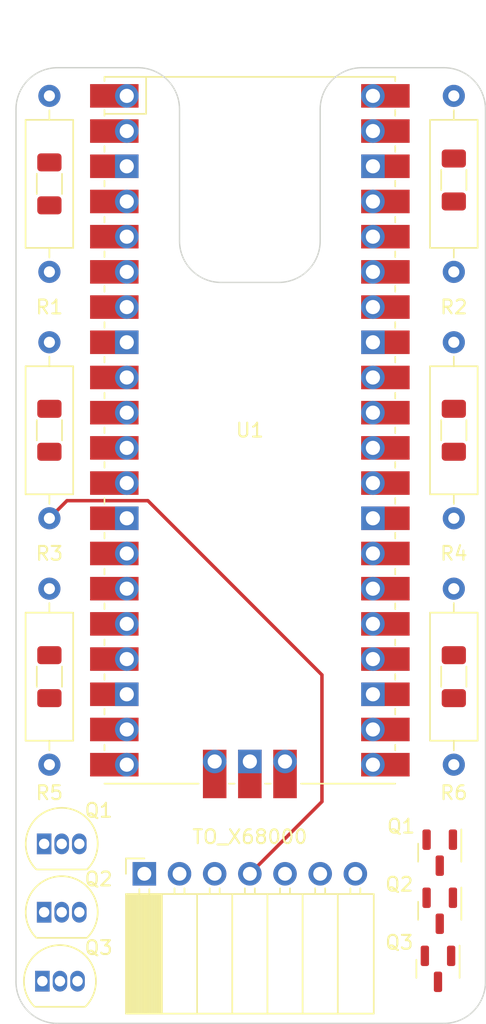
<source format=kicad_pcb>
(kicad_pcb (version 20241229) (generator "pcbnew") (generator_version "9.0")
  (layers (0 "F.Cu" signal) (2 "B.Cu" signal) (13 "F.Paste" user) (15 "B.Paste" user) (5 "F.SilkS" user "F.Silkscreen") (7 "B.SilkS" user "B.Silkscreen") (1 "F.Mask" user) (3 "B.Mask" user) (25 "Edge.Cuts" user))
  (net 0 "")
  (net 1 "VBUS")
  (net 2 "MS_TX_H")
  (net 3 "KB_TX_H")
  (net 4 "KB_RX_H")
  (net 7 "GND")
  (net 8 "KB_TX_L")
  (net 9 "3V3")
  (net 10 "KB_RX_L")
  (net 11 "MS_TX_L")
  (footprint "Library:TO-92_Inline" (layer "F.Cu") (at 68.961 141.457)
    (property "Reference" "Q2" (at 3.937 -2.392 0) (layer "F.SilkS"))
    (property "Value" "2N7000" (hide yes))
    (fp_line (start -0.53 1.85) (end 3.07 1.85) (stroke (width 0.12)) (layer "F.SilkS"))
    (fp_arc (start -0.568478 1.838478) (mid -1.132087 -0.994977) (end 1.27 -2.6) (stroke (width 0.12)) (layer "F.SilkS"))
    (fp_arc (start 1.27 -2.6) (mid 3.672087 -0.994977) (end 3.108478 1.838478) (stroke (width 0.12)) (layer "F.SilkS"))
    (pad "1" thru_hole rect (at 0 0) (size 1.05 1.5) (drill 0.75) (layers "*.Cu" "*.Mask") (net 10 "KB_RX_L"))
    (pad "2" thru_hole oval (at 1.27 0) (size 1.05 1.5) (drill 0.75) (layers "*.Cu" "*.Mask") (net 9 "3V3"))
    (pad "3" thru_hole oval (at 2.54 0) (size 1.05 1.5) (drill 0.75) (layers "*.Cu" "*.Mask") (net 4 "KB_RX_H"))
  )
  (footprint "Library:R_1206_3216Metric_Pad1.30x1.75mm_HandSolder" (layer "F.Cu") (at 69.342 106.68 -90)
    (property "Reference" "R9" (hide yes))
    (property "Value" "4K7")
    (fp_line (start -0.727064 0.91) (end 0.727064 0.91) (stroke (width 0.12)) (layer "F.SilkS"))
    (fp_line (start -0.727064 -0.91) (end 0.727064 -0.91) (stroke (width 0.12)) (layer "F.SilkS"))
    (pad "1" smd roundrect (at -1.55 0 270) (size 1.3 1.75) (layers "F.Cu" "F.Mask" "F.Paste") (roundrect_rratio 0.192308) (net 1 "VBUS"))
    (pad "2" smd roundrect (at 1.55 0 270) (size 1.3 1.75) (layers "F.Cu" "F.Mask" "F.Paste") (roundrect_rratio 0.192308) (net 4 "KB_RX_H"))
  )
  (footprint "Library:R_Axial_DIN0309_L9.0mm_D3.2mm_P12.70mm_Horizontal" (layer "F.Cu") (at 69.342 100.33 -90)
    (property "Reference" "R3" (at 15.24 0 0) (layer "F.SilkS"))
    (property "Value" "4K7")
    (fp_line (start 1.73 1.72) (end 10.97 1.72) (stroke (width 0.12)) (layer "F.SilkS"))
    (fp_line (start 10.97 1.72) (end 10.97 -1.72) (stroke (width 0.12)) (layer "F.SilkS"))
    (fp_line (start 1.04 0) (end 1.73 0) (stroke (width 0.12)) (layer "F.SilkS"))
    (fp_line (start 11.66 0) (end 10.97 0) (stroke (width 0.12)) (layer "F.SilkS"))
    (fp_line (start 1.73 -1.72) (end 1.73 1.72) (stroke (width 0.12)) (layer "F.SilkS"))
    (fp_line (start 10.97 -1.72) (end 1.73 -1.72) (stroke (width 0.12)) (layer "F.SilkS"))
    (pad "1" thru_hole circle (at 0 0 270) (size 1.6 1.6) (drill 0.8) (layers "*.Cu" "*.Mask") (net 1 "VBUS"))
    (pad "2" thru_hole oval (at 12.7 0 270) (size 1.6 1.6) (drill 0.8) (layers "*.Cu" "*.Mask") (net 4 "KB_RX_H"))
  )
  (footprint "Library:R_Axial_DIN0309_L9.0mm_D3.2mm_P12.70mm_Horizontal" (layer "F.Cu") (at 98.552 82.55 -90)
    (property "Reference" "R2" (at 15.24 0 0) (layer "F.SilkS"))
    (property "Value" "4K7")
    (fp_line (start 1.73 1.72) (end 10.97 1.72) (stroke (width 0.12)) (layer "F.SilkS"))
    (fp_line (start 10.97 1.72) (end 10.97 -1.72) (stroke (width 0.12)) (layer "F.SilkS"))
    (fp_line (start 1.04 0) (end 1.73 0) (stroke (width 0.12)) (layer "F.SilkS"))
    (fp_line (start 11.66 0) (end 10.97 0) (stroke (width 0.12)) (layer "F.SilkS"))
    (fp_line (start 1.73 -1.72) (end 1.73 1.72) (stroke (width 0.12)) (layer "F.SilkS"))
    (fp_line (start 10.97 -1.72) (end 1.73 -1.72) (stroke (width 0.12)) (layer "F.SilkS"))
    (pad "1" thru_hole circle (at 0 0 270) (size 1.6 1.6) (drill 0.8) (layers "*.Cu" "*.Mask") (net 9 "3V3"))
    (pad "2" thru_hole oval (at 12.7 0 270) (size 1.6 1.6) (drill 0.8) (layers "*.Cu" "*.Mask") (net 8 "KB_TX_L"))
  )
  (footprint "Library:SOT-23" (layer "F.Cu") (at 97.409 145.542 -90)
    (property "Reference" "Q3" (at -1.905 2.794 0) (layer "F.SilkS"))
    (property "Value" "2N7002" (hide yes))
    (fp_line (start 0 1.56) (end -0.65 1.56) (stroke (width 0.12)) (layer "F.SilkS"))
    (fp_line (start 0 1.56) (end 0.65 1.56) (stroke (width 0.12)) (layer "F.SilkS"))
    (fp_line (start 0 -1.56) (end -1.675 -1.56) (stroke (width 0.12)) (layer "F.SilkS"))
    (fp_line (start 0 -1.56) (end 0.65 -1.56) (stroke (width 0.12)) (layer "F.SilkS"))
    (pad "1" smd roundrect (at -0.9375 -0.95 270) (size 1.475 0.6) (layers "F.Cu" "F.Mask" "F.Paste") (net 9 "3V3"))
    (pad "2" smd roundrect (at -0.9375 0.95 270) (size 1.475 0.6) (layers "F.Cu" "F.Mask" "F.Paste") (net 11 "MS_TX_L"))
    (pad "3" smd roundrect (at 0.9375 0 270) (size 1.475 0.6) (layers "F.Cu" "F.Mask" "F.Paste") (net 2 "MS_TX_H"))
  )
  (footprint "Library:R_1206_3216Metric_Pad1.30x1.75mm_HandSolder" (layer "F.Cu") (at 98.552 88.62 -90)
    (property "Reference" "R8" (hide yes))
    (property "Value" "4K7")
    (fp_line (start -0.727064 0.91) (end 0.727064 0.91) (stroke (width 0.12)) (layer "F.SilkS"))
    (fp_line (start -0.727064 -0.91) (end 0.727064 -0.91) (stroke (width 0.12)) (layer "F.SilkS"))
    (pad "1" smd roundrect (at -1.55 0 270) (size 1.3 1.75) (layers "F.Cu" "F.Mask" "F.Paste") (roundrect_rratio 0.192308) (net 9 "3V3"))
    (pad "2" smd roundrect (at 1.55 0 270) (size 1.3 1.75) (layers "F.Cu" "F.Mask" "F.Paste") (roundrect_rratio 0.192308) (net 8 "KB_TX_L"))
  )
  (footprint "Library:R_Axial_DIN0309_L9.0mm_D3.2mm_P12.70mm_Horizontal" (layer "F.Cu") (at 69.342 118.11 -90)
    (property "Reference" "R5" (at 14.732 0 0) (layer "F.SilkS"))
    (property "Value" "4K7")
    (fp_line (start 1.73 1.72) (end 10.97 1.72) (stroke (width 0.12)) (layer "F.SilkS"))
    (fp_line (start 10.97 1.72) (end 10.97 -1.72) (stroke (width 0.12)) (layer "F.SilkS"))
    (fp_line (start 1.04 0) (end 1.73 0) (stroke (width 0.12)) (layer "F.SilkS"))
    (fp_line (start 11.66 0) (end 10.97 0) (stroke (width 0.12)) (layer "F.SilkS"))
    (fp_line (start 1.73 -1.72) (end 1.73 1.72) (stroke (width 0.12)) (layer "F.SilkS"))
    (fp_line (start 10.97 -1.72) (end 1.73 -1.72) (stroke (width 0.12)) (layer "F.SilkS"))
    (pad "1" thru_hole circle (at 0 0 270) (size 1.6 1.6) (drill 0.8) (layers "*.Cu" "*.Mask") (net 1 "VBUS"))
    (pad "2" thru_hole oval (at 12.7 0 270) (size 1.6 1.6) (drill 0.8) (layers "*.Cu" "*.Mask") (net 2 "MS_TX_H"))
  )
  (footprint "Library:SOT-23" (layer "F.Cu") (at 97.536 137.16 -90)
    (property "Reference" "Q1" (at -1.905 2.794 0) (layer "F.SilkS"))
    (property "Value" "2N7002" (hide yes))
    (fp_line (start 0 1.56) (end -0.65 1.56) (stroke (width 0.12)) (layer "F.SilkS"))
    (fp_line (start 0 1.56) (end 0.65 1.56) (stroke (width 0.12)) (layer "F.SilkS"))
    (fp_line (start 0 -1.56) (end -1.675 -1.56) (stroke (width 0.12)) (layer "F.SilkS"))
    (fp_line (start 0 -1.56) (end 0.65 -1.56) (stroke (width 0.12)) (layer "F.SilkS"))
    (pad "1" smd roundrect (at -0.9375 -0.95 270) (size 1.475 0.6) (layers "F.Cu" "F.Mask" "F.Paste") (net 9 "3V3"))
    (pad "2" smd roundrect (at -0.9375 0.95 270) (size 1.475 0.6) (layers "F.Cu" "F.Mask" "F.Paste") (net 8 "KB_TX_L"))
    (pad "3" smd roundrect (at 0.9375 0 270) (size 1.475 0.6) (layers "F.Cu" "F.Mask" "F.Paste") (net 3 "KB_TX_H"))
  )
  (footprint "Library:R_Axial_DIN0309_L9.0mm_D3.2mm_P12.70mm_Horizontal" (layer "F.Cu") (at 69.342 82.55 -90)
    (property "Reference" "R1" (at 15.24 0 0) (layer "F.SilkS"))
    (property "Value" "4K7")
    (fp_line (start 1.73 1.72) (end 10.97 1.72) (stroke (width 0.12)) (layer "F.SilkS"))
    (fp_line (start 10.97 1.72) (end 10.97 -1.72) (stroke (width 0.12)) (layer "F.SilkS"))
    (fp_line (start 1.04 0) (end 1.73 0) (stroke (width 0.12)) (layer "F.SilkS"))
    (fp_line (start 11.66 0) (end 10.97 0) (stroke (width 0.12)) (layer "F.SilkS"))
    (fp_line (start 1.73 -1.72) (end 1.73 1.72) (stroke (width 0.12)) (layer "F.SilkS"))
    (fp_line (start 10.97 -1.72) (end 1.73 -1.72) (stroke (width 0.12)) (layer "F.SilkS"))
    (pad "1" thru_hole circle (at 0 0 270) (size 1.6 1.6) (drill 0.8) (layers "*.Cu" "*.Mask") (net 1 "VBUS"))
    (pad "2" thru_hole oval (at 12.7 0 270) (size 1.6 1.6) (drill 0.8) (layers "*.Cu" "*.Mask") (net 3 "KB_TX_H"))
  )
  (footprint "Library:RPi_Pico_SMD_TH" (layer "F.Cu") (at 83.82 106.68)
    (property "Reference" "U1" (at 0 0 0) (layer "F.SilkS"))
    (property "Value" "Pico")
    (fp_line (start -10.5 -25.5) (end -10.5 -25.2) (stroke (width 0.12)) (layer "F.SilkS"))
    (fp_line (start -10.5 -25.5) (end 10.5 -25.5) (stroke (width 0.12)) (layer "F.SilkS"))
    (fp_line (start -10.5 -23.1) (end -10.5 -22.7) (stroke (width 0.12)) (layer "F.SilkS"))
    (fp_line (start -10.5 -22.833) (end -7.493 -22.833) (stroke (width 0.12)) (layer "F.SilkS"))
    (fp_line (start -10.5 -20.5) (end -10.5 -20.1) (stroke (width 0.12)) (layer "F.SilkS"))
    (fp_line (start -10.5 -18) (end -10.5 -17.6) (stroke (width 0.12)) (layer "F.SilkS"))
    (fp_line (start -10.5 -15.4) (end -10.5 -15) (stroke (width 0.12)) (layer "F.SilkS"))
    (fp_line (start -10.5 -12.9) (end -10.5 -12.5) (stroke (width 0.12)) (layer "F.SilkS"))
    (fp_line (start -10.5 -10.4) (end -10.5 -10) (stroke (width 0.12)) (layer "F.SilkS"))
    (fp_line (start -10.5 -7.8) (end -10.5 -7.4) (stroke (width 0.12)) (layer "F.SilkS"))
    (fp_line (start -10.5 -5.3) (end -10.5 -4.9) (stroke (width 0.12)) (layer "F.SilkS"))
    (fp_line (start -10.5 -2.7) (end -10.5 -2.3) (stroke (width 0.12)) (layer "F.SilkS"))
    (fp_line (start -10.5 -0.2) (end -10.5 0.2) (stroke (width 0.12)) (layer "F.SilkS"))
    (fp_line (start -10.5 2.3) (end -10.5 2.7) (stroke (width 0.12)) (layer "F.SilkS"))
    (fp_line (start -10.5 4.9) (end -10.5 5.3) (stroke (width 0.12)) (layer "F.SilkS"))
    (fp_line (start -10.5 7.4) (end -10.5 7.8) (stroke (width 0.12)) (layer "F.SilkS"))
    (fp_line (start -10.5 10) (end -10.5 10.4) (stroke (width 0.12)) (layer "F.SilkS"))
    (fp_line (start -10.5 12.5) (end -10.5 12.9) (stroke (width 0.12)) (layer "F.SilkS"))
    (fp_line (start -10.5 15.1) (end -10.5 15.5) (stroke (width 0.12)) (layer "F.SilkS"))
    (fp_line (start -10.5 17.6) (end -10.5 18) (stroke (width 0.12)) (layer "F.SilkS"))
    (fp_line (start -10.5 20.1) (end -10.5 20.5) (stroke (width 0.12)) (layer "F.SilkS"))
    (fp_line (start -10.5 22.7) (end -10.5 23.1) (stroke (width 0.12)) (layer "F.SilkS"))
    (fp_line (start -7.493 -22.833) (end -7.493 -25.5) (stroke (width 0.12)) (layer "F.SilkS"))
    (fp_line (start -3.7 25.5) (end -10.5 25.5) (stroke (width 0.12)) (layer "F.SilkS"))
    (fp_line (start -1.5 25.5) (end -1.1 25.5) (stroke (width 0.12)) (layer "F.SilkS"))
    (fp_line (start 1.1 25.5) (end 1.5 25.5) (stroke (width 0.12)) (layer "F.SilkS"))
    (fp_line (start 10.5 -25.5) (end 10.5 -25.2) (stroke (width 0.12)) (layer "F.SilkS"))
    (fp_line (start 10.5 -23.1) (end 10.5 -22.7) (stroke (width 0.12)) (layer "F.SilkS"))
    (fp_line (start 10.5 -20.5) (end 10.5 -20.1) (stroke (width 0.12)) (layer "F.SilkS"))
    (fp_line (start 10.5 -18) (end 10.5 -17.6) (stroke (width 0.12)) (layer "F.SilkS"))
    (fp_line (start 10.5 -15.4) (end 10.5 -15) (stroke (width 0.12)) (layer "F.SilkS"))
    (fp_line (start 10.5 -12.9) (end 10.5 -12.5) (stroke (width 0.12)) (layer "F.SilkS"))
    (fp_line (start 10.5 -10.4) (end 10.5 -10) (stroke (width 0.12)) (layer "F.SilkS"))
    (fp_line (start 10.5 -7.8) (end 10.5 -7.4) (stroke (width 0.12)) (layer "F.SilkS"))
    (fp_line (start 10.5 -5.3) (end 10.5 -4.9) (stroke (width 0.12)) (layer "F.SilkS"))
    (fp_line (start 10.5 -2.7) (end 10.5 -2.3) (stroke (width 0.12)) (layer "F.SilkS"))
    (fp_line (start 10.5 -0.2) (end 10.5 0.2) (stroke (width 0.12)) (layer "F.SilkS"))
    (fp_line (start 10.5 2.3) (end 10.5 2.7) (stroke (width 0.12)) (layer "F.SilkS"))
    (fp_line (start 10.5 4.9) (end 10.5 5.3) (stroke (width 0.12)) (layer "F.SilkS"))
    (fp_line (start 10.5 7.4) (end 10.5 7.8) (stroke (width 0.12)) (layer "F.SilkS"))
    (fp_line (start 10.5 10) (end 10.5 10.4) (stroke (width 0.12)) (layer "F.SilkS"))
    (fp_line (start 10.5 12.5) (end 10.5 12.9) (stroke (width 0.12)) (layer "F.SilkS"))
    (fp_line (start 10.5 15.1) (end 10.5 15.5) (stroke (width 0.12)) (layer "F.SilkS"))
    (fp_line (start 10.5 17.6) (end 10.5 18) (stroke (width 0.12)) (layer "F.SilkS"))
    (fp_line (start 10.5 20.1) (end 10.5 20.5) (stroke (width 0.12)) (layer "F.SilkS"))
    (fp_line (start 10.5 22.7) (end 10.5 23.1) (stroke (width 0.12)) (layer "F.SilkS"))
    (fp_line (start 10.5 25.5) (end 3.7 25.5) (stroke (width 0.12)) (layer "F.SilkS"))
    (pad "" np_thru_hole oval (at -2.725 -24) (size 1.8 1.8) (drill 1.8) (layers "*.Cu" "*.Mask"))
    (pad "" np_thru_hole oval (at -2.425 -20.97) (size 1.5 1.5) (drill 1.5) (layers "*.Cu" "*.Mask"))
    (pad "" np_thru_hole oval (at 2.425 -20.97) (size 1.5 1.5) (drill 1.5) (layers "*.Cu" "*.Mask"))
    (pad "" np_thru_hole oval (at 2.725 -24) (size 1.8 1.8) (drill 1.8) (layers "*.Cu" "*.Mask"))
    (pad "1" thru_hole oval (at -8.89 -24.13) (size 1.7 1.7) (drill 1.02) (layers "*.Cu" "*.Mask"))
    (pad "1" smd rect (at -8.89 -24.13) (size 3.5 1.7) (drill (offset -0.9 0)) (layers "F.Cu" "F.Mask"))
    (pad "2" thru_hole oval (at -8.89 -21.59) (size 1.7 1.7) (drill 1.02) (layers "*.Cu" "*.Mask"))
    (pad "2" smd rect (at -8.89 -21.59) (size 3.5 1.7) (drill (offset -0.9 0)) (layers "F.Cu" "F.Mask"))
    (pad "3" thru_hole rect (at -8.89 -19.05) (size 1.7 1.7) (drill 1.02) (layers "*.Cu" "*.Mask") (net 7 "GND"))
    (pad "3" smd rect (at -8.89 -19.05) (size 3.5 1.7) (drill (offset -0.9 0)) (layers "F.Cu" "F.Mask") (net 7 "GND"))
    (pad "4" thru_hole oval (at -8.89 -16.51) (size 1.7 1.7) (drill 1.02) (layers "*.Cu" "*.Mask"))
    (pad "4" smd rect (at -8.89 -16.51) (size 3.5 1.7) (drill (offset -0.9 0)) (layers "F.Cu" "F.Mask"))
    (pad "5" thru_hole oval (at -8.89 -13.97) (size 1.7 1.7) (drill 1.02) (layers "*.Cu" "*.Mask"))
    (pad "5" smd rect (at -8.89 -13.97) (size 3.5 1.7) (drill (offset -0.9 0)) (layers "F.Cu" "F.Mask"))
    (pad "6" thru_hole oval (at -8.89 -11.43) (size 1.7 1.7) (drill 1.02) (layers "*.Cu" "*.Mask") (net 8 "KB_TX_L"))
    (pad "6" smd rect (at -8.89 -11.43) (size 3.5 1.7) (drill (offset -0.9 0)) (layers "F.Cu" "F.Mask") (net 8 "KB_TX_L"))
    (pad "7" thru_hole oval (at -8.89 -8.89) (size 1.7 1.7) (drill 1.02) (layers "*.Cu" "*.Mask") (net 10 "KB_RX_L"))
    (pad "7" smd rect (at -8.89 -8.89) (size 3.5 1.7) (drill (offset -0.9 0)) (layers "F.Cu" "F.Mask") (net 10 "KB_RX_L"))
    (pad "8" thru_hole rect (at -8.89 -6.35) (size 1.7 1.7) (drill 1.02) (layers "*.Cu" "*.Mask") (net 7 "GND"))
    (pad "8" smd rect (at -8.89 -6.35) (size 3.5 1.7) (drill (offset -0.9 0)) (layers "F.Cu" "F.Mask") (net 7 "GND"))
    (pad "9" thru_hole oval (at -8.89 -3.81) (size 1.7 1.7) (drill 1.02) (layers "*.Cu" "*.Mask"))
    (pad "9" smd rect (at -8.89 -3.81) (size 3.5 1.7) (drill (offset -0.9 0)) (layers "F.Cu" "F.Mask"))
    (pad "10" thru_hole oval (at -8.89 -1.27) (size 1.7 1.7) (drill 1.02) (layers "*.Cu" "*.Mask"))
    (pad "10" smd rect (at -8.89 -1.27) (size 3.5 1.7) (drill (offset -0.9 0)) (layers "F.Cu" "F.Mask"))
    (pad "11" thru_hole oval (at -8.89 1.27) (size 1.7 1.7) (drill 1.02) (layers "*.Cu" "*.Mask"))
    (pad "11" smd rect (at -8.89 1.27) (size 3.5 1.7) (drill (offset -0.9 0)) (layers "F.Cu" "F.Mask"))
    (pad "12" thru_hole oval (at -8.89 3.81) (size 1.7 1.7) (drill 1.02) (layers "*.Cu" "*.Mask"))
    (pad "12" smd rect (at -8.89 3.81) (size 3.5 1.7) (drill (offset -0.9 0)) (layers "F.Cu" "F.Mask"))
    (pad "13" thru_hole rect (at -8.89 6.35) (size 1.7 1.7) (drill 1.02) (layers "*.Cu" "*.Mask") (net 7 "GND"))
    (pad "13" smd rect (at -8.89 6.35) (size 3.5 1.7) (drill (offset -0.9 0)) (layers "F.Cu" "F.Mask") (net 7 "GND"))
    (pad "14" thru_hole oval (at -8.89 8.89) (size 1.7 1.7) (drill 1.02) (layers "*.Cu" "*.Mask"))
    (pad "14" smd rect (at -8.89 8.89) (size 3.5 1.7) (drill (offset -0.9 0)) (layers "F.Cu" "F.Mask"))
    (pad "15" thru_hole oval (at -8.89 11.43) (size 1.7 1.7) (drill 1.02) (layers "*.Cu" "*.Mask"))
    (pad "15" smd rect (at -8.89 11.43) (size 3.5 1.7) (drill (offset -0.9 0)) (layers "F.Cu" "F.Mask"))
    (pad "16" thru_hole oval (at -8.89 13.97) (size 1.7 1.7) (drill 1.02) (layers "*.Cu" "*.Mask") (net 11 "MS_TX_L"))
    (pad "16" smd rect (at -8.89 13.97) (size 3.5 1.7) (drill (offset -0.9 0)) (layers "F.Cu" "F.Mask") (net 11 "MS_TX_L"))
    (pad "17" thru_hole oval (at -8.89 16.51) (size 1.7 1.7) (drill 1.02) (layers "*.Cu" "*.Mask"))
    (pad "17" smd rect (at -8.89 16.51) (size 3.5 1.7) (drill (offset -0.9 0)) (layers "F.Cu" "F.Mask"))
    (pad "18" thru_hole rect (at -8.89 19.05) (size 1.7 1.7) (drill 1.02) (layers "*.Cu" "*.Mask") (net 7 "GND"))
    (pad "18" smd rect (at -8.89 19.05) (size 3.5 1.7) (drill (offset -0.9 0)) (layers "F.Cu" "F.Mask") (net 7 "GND"))
    (pad "19" thru_hole oval (at -8.89 21.59) (size 1.7 1.7) (drill 1.02) (layers "*.Cu" "*.Mask"))
    (pad "19" smd rect (at -8.89 21.59) (size 3.5 1.7) (drill (offset -0.9 0)) (layers "F.Cu" "F.Mask"))
    (pad "20" thru_hole oval (at -8.89 24.13) (size 1.7 1.7) (drill 1.02) (layers "*.Cu" "*.Mask"))
    (pad "20" smd rect (at -8.89 24.13) (size 3.5 1.7) (drill (offset -0.9 0)) (layers "F.Cu" "F.Mask"))
    (pad "21" thru_hole oval (at 8.89 24.13) (size 1.7 1.7) (drill 1.02) (layers "*.Cu" "*.Mask"))
    (pad "21" smd rect (at 8.89 24.13) (size 3.5 1.7) (drill (offset 0.9 0)) (layers "F.Cu" "F.Mask"))
    (pad "22" thru_hole oval (at 8.89 21.59) (size 1.7 1.7) (drill 1.02) (layers "*.Cu" "*.Mask"))
    (pad "22" smd rect (at 8.89 21.59) (size 3.5 1.7) (drill (offset 0.9 0)) (layers "F.Cu" "F.Mask"))
    (pad "23" thru_hole rect (at 8.89 19.05) (size 1.7 1.7) (drill 1.02) (layers "*.Cu" "*.Mask") (net 7 "GND"))
    (pad "23" smd rect (at 8.89 19.05) (size 3.5 1.7) (drill (offset 0.9 0)) (layers "F.Cu" "F.Mask") (net 7 "GND"))
    (pad "24" thru_hole oval (at 8.89 16.51) (size 1.7 1.7) (drill 1.02) (layers "*.Cu" "*.Mask"))
    (pad "24" smd rect (at 8.89 16.51) (size 3.5 1.7) (drill (offset 0.9 0)) (layers "F.Cu" "F.Mask"))
    (pad "25" thru_hole oval (at 8.89 13.97) (size 1.7 1.7) (drill 1.02) (layers "*.Cu" "*.Mask"))
    (pad "25" smd rect (at 8.89 13.97) (size 3.5 1.7) (drill (offset 0.9 0)) (layers "F.Cu" "F.Mask"))
    (pad "26" thru_hole oval (at 8.89 11.43) (size 1.7 1.7) (drill 1.02) (layers "*.Cu" "*.Mask"))
    (pad "26" smd rect (at 8.89 11.43) (size 3.5 1.7) (drill (offset 0.9 0)) (layers "F.Cu" "F.Mask"))
    (pad "27" thru_hole oval (at 8.89 8.89) (size 1.7 1.7) (drill 1.02) (layers "*.Cu" "*.Mask"))
    (pad "27" smd rect (at 8.89 8.89) (size 3.5 1.7) (drill (offset 0.9 0)) (layers "F.Cu" "F.Mask"))
    (pad "28" thru_hole rect (at 8.89 6.35) (size 1.7 1.7) (drill 1.02) (layers "*.Cu" "*.Mask") (net 7 "GND"))
    (pad "28" smd rect (at 8.89 6.35) (size 3.5 1.7) (drill (offset 0.9 0)) (layers "F.Cu" "F.Mask") (net 7 "GND"))
    (pad "29" thru_hole oval (at 8.89 3.81) (size 1.7 1.7) (drill 1.02) (layers "*.Cu" "*.Mask"))
    (pad "29" smd rect (at 8.89 3.81) (size 3.5 1.7) (drill (offset 0.9 0)) (layers "F.Cu" "F.Mask"))
    (pad "30" thru_hole oval (at 8.89 1.27) (size 1.7 1.7) (drill 1.02) (layers "*.Cu" "*.Mask"))
    (pad "30" smd rect (at 8.89 1.27) (size 3.5 1.7) (drill (offset 0.9 0)) (layers "F.Cu" "F.Mask"))
    (pad "31" thru_hole oval (at 8.89 -1.27) (size 1.7 1.7) (drill 1.02) (layers "*.Cu" "*.Mask"))
    (pad "31" smd rect (at 8.89 -1.27) (size 3.5 1.7) (drill (offset 0.9 0)) (layers "F.Cu" "F.Mask"))
    (pad "32" thru_hole oval (at 8.89 -3.81) (size 1.7 1.7) (drill 1.02) (layers "*.Cu" "*.Mask"))
    (pad "32" smd rect (at 8.89 -3.81) (size 3.5 1.7) (drill (offset 0.9 0)) (layers "F.Cu" "F.Mask"))
    (pad "33" thru_hole rect (at 8.89 -6.35) (size 1.7 1.7) (drill 1.02) (layers "*.Cu" "*.Mask") (net 7 "GND"))
    (pad "33" smd rect (at 8.89 -6.35) (size 3.5 1.7) (drill (offset 0.9 0)) (layers "F.Cu" "F.Mask") (net 7 "GND"))
    (pad "34" thru_hole oval (at 8.89 -8.89) (size 1.7 1.7) (drill 1.02) (layers "*.Cu" "*.Mask"))
    (pad "34" smd rect (at 8.89 -8.89) (size 3.5 1.7) (drill (offset 0.9 0)) (layers "F.Cu" "F.Mask"))
    (pad "35" thru_hole oval (at 8.89 -11.43) (size 1.7 1.7) (drill 1.02) (layers "*.Cu" "*.Mask"))
    (pad "35" smd rect (at 8.89 -11.43) (size 3.5 1.7) (drill (offset 0.9 0)) (layers "F.Cu" "F.Mask"))
    (pad "36" thru_hole oval (at 8.89 -13.97) (size 1.7 1.7) (drill 1.02) (layers "*.Cu" "*.Mask") (net 9 "3V3"))
    (pad "36" smd rect (at 8.89 -13.97) (size 3.5 1.7) (drill (offset 0.9 0)) (layers "F.Cu" "F.Mask") (net 9 "3V3"))
    (pad "37" thru_hole oval (at 8.89 -16.51) (size 1.7 1.7) (drill 1.02) (layers "*.Cu" "*.Mask"))
    (pad "37" smd rect (at 8.89 -16.51) (size 3.5 1.7) (drill (offset 0.9 0)) (layers "F.Cu" "F.Mask"))
    (pad "38" thru_hole rect (at 8.89 -19.05) (size 1.7 1.7) (drill 1.02) (layers "*.Cu" "*.Mask") (net 7 "GND"))
    (pad "38" smd rect (at 8.89 -19.05) (size 3.5 1.7) (drill (offset 0.9 0)) (layers "F.Cu" "F.Mask") (net 7 "GND"))
    (pad "39" thru_hole oval (at 8.89 -21.59) (size 1.7 1.7) (drill 1.02) (layers "*.Cu" "*.Mask"))
    (pad "39" smd rect (at 8.89 -21.59) (size 3.5 1.7) (drill (offset 0.9 0)) (layers "F.Cu" "F.Mask"))
    (pad "40" thru_hole oval (at 8.89 -24.13) (size 1.7 1.7) (drill 1.02) (layers "*.Cu" "*.Mask") (net 1 "VBUS"))
    (pad "40" smd rect (at 8.89 -24.13) (size 3.5 1.7) (drill (offset 0.9 0)) (layers "F.Cu" "F.Mask") (net 1 "VBUS"))
    (pad "41" thru_hole oval (at -2.54 23.9) (size 1.7 1.7) (drill 1.02) (layers "*.Cu" "*.Mask"))
    (pad "41" smd rect (at -2.54 23.9 90) (size 3.5 1.7) (drill (offset -0.9 0)) (layers "F.Cu" "F.Mask"))
    (pad "42" thru_hole rect (at 0 23.9) (size 1.7 1.7) (drill 1.02) (layers "*.Cu" "*.Mask") (net 7 "GND"))
    (pad "42" smd rect (at 0 23.9 90) (size 3.5 1.7) (drill (offset -0.9 0)) (layers "F.Cu" "F.Mask") (net 7 "GND"))
    (pad "43" thru_hole oval (at 2.54 23.9) (size 1.7 1.7) (drill 1.02) (layers "*.Cu" "*.Mask"))
    (pad "43" smd rect (at 2.54 23.9 90) (size 3.5 1.7) (drill (offset -0.9 0)) (layers "F.Cu" "F.Mask"))
  )
  (footprint "Library:SOT-23" (layer "F.Cu") (at 97.536 141.351 -90)
    (property "Reference" "Q2" (at -1.905 2.921 0) (layer "F.SilkS"))
    (property "Value" "2N7002" (hide yes))
    (fp_line (start 0 1.56) (end -0.65 1.56) (stroke (width 0.12)) (layer "F.SilkS"))
    (fp_line (start 0 1.56) (end 0.65 1.56) (stroke (width 0.12)) (layer "F.SilkS"))
    (fp_line (start 0 -1.56) (end -1.675 -1.56) (stroke (width 0.12)) (layer "F.SilkS"))
    (fp_line (start 0 -1.56) (end 0.65 -1.56) (stroke (width 0.12)) (layer "F.SilkS"))
    (pad "1" smd roundrect (at -0.9375 -0.95 270) (size 1.475 0.6) (layers "F.Cu" "F.Mask" "F.Paste") (net 9 "3V3"))
    (pad "2" smd roundrect (at -0.9375 0.95 270) (size 1.475 0.6) (layers "F.Cu" "F.Mask" "F.Paste") (net 10 "KB_RX_L"))
    (pad "3" smd roundrect (at 0.9375 0 270) (size 1.475 0.6) (layers "F.Cu" "F.Mask" "F.Paste") (net 4 "KB_RX_H"))
  )
  (footprint "Library:TO-92_Inline" (layer "F.Cu") (at 68.834 146.431)
    (property "Reference" "Q3" (at 4.064 -2.413 0) (layer "F.SilkS"))
    (property "Value" "2N7000" (hide yes))
    (fp_line (start -0.53 1.85) (end 3.07 1.85) (stroke (width 0.12)) (layer "F.SilkS"))
    (fp_arc (start -0.568478 1.838478) (mid -1.132087 -0.994977) (end 1.27 -2.6) (stroke (width 0.12)) (layer "F.SilkS"))
    (fp_arc (start 1.27 -2.6) (mid 3.672087 -0.994977) (end 3.108478 1.838478) (stroke (width 0.12)) (layer "F.SilkS"))
    (pad "1" thru_hole rect (at 0 0) (size 1.05 1.5) (drill 0.75) (layers "*.Cu" "*.Mask") (net 11 "MS_TX_L"))
    (pad "2" thru_hole oval (at 1.27 0) (size 1.05 1.5) (drill 0.75) (layers "*.Cu" "*.Mask") (net 9 "3V3"))
    (pad "3" thru_hole oval (at 2.54 0) (size 1.05 1.5) (drill 0.75) (layers "*.Cu" "*.Mask") (net 2 "MS_TX_H"))
  )
  (footprint "Library:R_1206_3216Metric_Pad1.30x1.75mm_HandSolder" (layer "F.Cu") (at 69.342 124.46 -90)
    (property "Reference" "R11" (hide yes))
    (property "Value" "4K7")
    (fp_line (start -0.727064 0.91) (end 0.727064 0.91) (stroke (width 0.12)) (layer "F.SilkS"))
    (fp_line (start -0.727064 -0.91) (end 0.727064 -0.91) (stroke (width 0.12)) (layer "F.SilkS"))
    (pad "1" smd roundrect (at -1.55 0 270) (size 1.3 1.75) (layers "F.Cu" "F.Mask" "F.Paste") (roundrect_rratio 0.192308) (net 1 "VBUS"))
    (pad "2" smd roundrect (at 1.55 0 270) (size 1.3 1.75) (layers "F.Cu" "F.Mask" "F.Paste") (roundrect_rratio 0.192308) (net 2 "MS_TX_H"))
  )
  (footprint "Library:R_1206_3216Metric_Pad1.30x1.75mm_HandSolder" (layer "F.Cu") (at 98.552 124.46 -90)
    (property "Reference" "R12" (hide yes))
    (property "Value" "4K7")
    (fp_line (start -0.727064 0.91) (end 0.727064 0.91) (stroke (width 0.12)) (layer "F.SilkS"))
    (fp_line (start -0.727064 -0.91) (end 0.727064 -0.91) (stroke (width 0.12)) (layer "F.SilkS"))
    (pad "1" smd roundrect (at -1.55 0 270) (size 1.3 1.75) (layers "F.Cu" "F.Mask" "F.Paste") (roundrect_rratio 0.192308) (net 9 "3V3"))
    (pad "2" smd roundrect (at 1.55 0 270) (size 1.3 1.75) (layers "F.Cu" "F.Mask" "F.Paste") (roundrect_rratio 0.192308) (net 11 "MS_TX_L"))
  )
  (footprint "Library:PinSocket_1x07_P2.54mm_Horizontal" (layer "F.Cu") (at 76.2 138.684 90)
    (property "Reference" "J1" (hide yes))
    (property "Value" "TO_X68000" (at 2.667 7.62 180) (layer "F.SilkS"))
    (fp_line (start 1.11 -1.33) (end 1.11 0) (stroke (width 0.12)) (layer "F.SilkS"))
    (fp_line (start 0 -1.33) (end 1.11 -1.33) (stroke (width 0.12)) (layer "F.SilkS"))
    (fp_line (start -1.46 -1.33) (end -1.46 16.57) (stroke (width 0.12)) (layer "F.SilkS"))
    (fp_line (start -10.09 -1.33) (end -1.46 -1.33) (stroke (width 0.12)) (layer "F.SilkS"))
    (fp_line (start -10.09 -1.33) (end -10.09 16.57) (stroke (width 0.12)) (layer "F.SilkS"))
    (fp_line (start -10.09 -1.21) (end -1.46 -1.21) (stroke (width 0.12)) (layer "F.SilkS"))
    (fp_line (start -10.09 -1.091905) (end -1.46 -1.091905) (stroke (width 0.12)) (layer "F.SilkS"))
    (fp_line (start -10.09 -0.97381) (end -1.46 -0.97381) (stroke (width 0.12)) (layer "F.SilkS"))
    (fp_line (start -10.09 -0.855715) (end -1.46 -0.855715) (stroke (width 0.12)) (layer "F.SilkS"))
    (fp_line (start -10.09 -0.73762) (end -1.46 -0.73762) (stroke (width 0.12)) (layer "F.SilkS"))
    (fp_line (start -10.09 -0.619525) (end -1.46 -0.619525) (stroke (width 0.12)) (layer "F.SilkS"))
    (fp_line (start -10.09 -0.50143) (end -1.46 -0.50143) (stroke (width 0.12)) (layer "F.SilkS"))
    (fp_line (start -10.09 -0.383335) (end -1.46 -0.383335) (stroke (width 0.12)) (layer "F.SilkS"))
    (fp_line (start -1.46 -0.36) (end -1.11 -0.36) (stroke (width 0.12)) (layer "F.SilkS"))
    (fp_line (start -10.09 -0.26524) (end -1.46 -0.26524) (stroke (width 0.12)) (layer "F.SilkS"))
    (fp_line (start -10.09 -0.147145) (end -1.46 -0.147145) (stroke (width 0.12)) (layer "F.SilkS"))
    (fp_line (start -10.09 -0.02905) (end -1.46 -0.02905) (stroke (width 0.12)) (layer "F.SilkS"))
    (fp_line (start -10.09 0.089045) (end -1.46 0.089045) (stroke (width 0.12)) (layer "F.SilkS"))
    (fp_line (start -10.09 0.20714) (end -1.46 0.20714) (stroke (width 0.12)) (layer "F.SilkS"))
    (fp_line (start -10.09 0.325235) (end -1.46 0.325235) (stroke (width 0.12)) (layer "F.SilkS"))
    (fp_line (start -1.46 0.36) (end -1.11 0.36) (stroke (width 0.12)) (layer "F.SilkS"))
    (fp_line (start -10.09 0.44333) (end -1.46 0.44333) (stroke (width 0.12)) (layer "F.SilkS"))
    (fp_line (start -10.09 0.561425) (end -1.46 0.561425) (stroke (width 0.12)) (layer "F.SilkS"))
    (fp_line (start -10.09 0.67952) (end -1.46 0.67952) (stroke (width 0.12)) (layer "F.SilkS"))
    (fp_line (start -10.09 0.797615) (end -1.46 0.797615) (stroke (width 0.12)) (layer "F.SilkS"))
    (fp_line (start -10.09 0.91571) (end -1.46 0.91571) (stroke (width 0.12)) (layer "F.SilkS"))
    (fp_line (start -10.09 1.033805) (end -1.46 1.033805) (stroke (width 0.12)) (layer "F.SilkS"))
    (fp_line (start -10.09 1.1519) (end -1.46 1.1519) (stroke (width 0.12)) (layer "F.SilkS"))
    (fp_line (start -10.09 1.27) (end -1.46 1.27) (stroke (width 0.12)) (layer "F.SilkS"))
    (fp_line (start -1.46 2.18) (end -1.05 2.18) (stroke (width 0.12)) (layer "F.SilkS"))
    (fp_line (start -1.46 2.9) (end -1.05 2.9) (stroke (width 0.12)) (layer "F.SilkS"))
    (fp_line (start -10.09 3.81) (end -1.46 3.81) (stroke (width 0.12)) (layer "F.SilkS"))
    (fp_line (start -1.46 4.72) (end -1.05 4.72) (stroke (width 0.12)) (layer "F.SilkS"))
    (fp_line (start -1.46 5.44) (end -1.05 5.44) (stroke (width 0.12)) (layer "F.SilkS"))
    (fp_line (start -10.09 6.35) (end -1.46 6.35) (stroke (width 0.12)) (layer "F.SilkS"))
    (fp_line (start -1.46 7.26) (end -1.05 7.26) (stroke (width 0.12)) (layer "F.SilkS"))
    (fp_line (start -1.46 7.98) (end -1.05 7.98) (stroke (width 0.12)) (layer "F.SilkS"))
    (fp_line (start -10.09 8.89) (end -1.46 8.89) (stroke (width 0.12)) (layer "F.SilkS"))
    (fp_line (start -1.46 9.8) (end -1.05 9.8) (stroke (width 0.12)) (layer "F.SilkS"))
    (fp_line (start -1.46 10.52) (end -1.05 10.52) (stroke (width 0.12)) (layer "F.SilkS"))
    (fp_line (start -10.09 11.43) (end -1.46 11.43) (stroke (width 0.12)) (layer "F.SilkS"))
    (fp_line (start -1.46 12.34) (end -1.05 12.34) (stroke (width 0.12)) (layer "F.SilkS"))
    (fp_line (start -1.46 13.06) (end -1.05 13.06) (stroke (width 0.12)) (layer "F.SilkS"))
    (fp_line (start -10.09 13.97) (end -1.46 13.97) (stroke (width 0.12)) (layer "F.SilkS"))
    (fp_line (start -1.46 14.88) (end -1.05 14.88) (stroke (width 0.12)) (layer "F.SilkS"))
    (fp_line (start -1.46 15.6) (end -1.05 15.6) (stroke (width 0.12)) (layer "F.SilkS"))
    (fp_line (start -10.09 16.57) (end -1.46 16.57) (stroke (width 0.12)) (layer "F.SilkS"))
    (pad "1" thru_hole rect (at 0 0 90) (size 1.7 1.7) (drill 1) (layers "*.Cu" "*.Mask") (net 1 "VBUS"))
    (pad "2" thru_hole oval (at 0 2.54 90) (size 1.7 1.7) (drill 1) (layers "*.Cu" "*.Mask") (net 2 "MS_TX_H"))
    (pad "3" thru_hole oval (at 0 5.08 90) (size 1.7 1.7) (drill 1) (layers "*.Cu" "*.Mask") (net 3 "KB_TX_H"))
    (pad "4" thru_hole oval (at 0 7.62 90) (size 1.7 1.7) (drill 1) (layers "*.Cu" "*.Mask") (net 4 "KB_RX_H"))
    (pad "5" thru_hole oval (at 0 10.16 90) (size 1.7 1.7) (drill 1) (layers "*.Cu" "*.Mask"))
    (pad "6" thru_hole oval (at 0 12.7 90) (size 1.7 1.7) (drill 1) (layers "*.Cu" "*.Mask"))
    (pad "7" thru_hole oval (at 0 15.24 90) (size 1.7 1.7) (drill 1) (layers "*.Cu" "*.Mask") (net 7 "GND"))
  )
  (footprint "Library:R_1206_3216Metric_Pad1.30x1.75mm_HandSolder" (layer "F.Cu") (at 69.342 88.9 -90)
    (property "Reference" "R7" (hide yes))
    (property "Value" "4K7")
    (fp_line (start -0.727064 0.91) (end 0.727064 0.91) (stroke (width 0.12)) (layer "F.SilkS"))
    (fp_line (start -0.727064 -0.91) (end 0.727064 -0.91) (stroke (width 0.12)) (layer "F.SilkS"))
    (pad "1" smd roundrect (at -1.55 0 270) (size 1.3 1.75) (layers "F.Cu" "F.Mask" "F.Paste") (roundrect_rratio 0.192308) (net 1 "VBUS"))
    (pad "2" smd roundrect (at 1.55 0 270) (size 1.3 1.75) (layers "F.Cu" "F.Mask" "F.Paste") (roundrect_rratio 0.192308) (net 3 "KB_TX_H"))
  )
  (footprint "Library:R_Axial_DIN0309_L9.0mm_D3.2mm_P12.70mm_Horizontal" (layer "F.Cu") (at 98.552 118.11 -90)
    (property "Reference" "R6" (at 14.732 0 0) (layer "F.SilkS"))
    (property "Value" "4K7")
    (fp_line (start 1.73 1.72) (end 10.97 1.72) (stroke (width 0.12)) (layer "F.SilkS"))
    (fp_line (start 10.97 1.72) (end 10.97 -1.72) (stroke (width 0.12)) (layer "F.SilkS"))
    (fp_line (start 1.04 0) (end 1.73 0) (stroke (width 0.12)) (layer "F.SilkS"))
    (fp_line (start 11.66 0) (end 10.97 0) (stroke (width 0.12)) (layer "F.SilkS"))
    (fp_line (start 1.73 -1.72) (end 1.73 1.72) (stroke (width 0.12)) (layer "F.SilkS"))
    (fp_line (start 10.97 -1.72) (end 1.73 -1.72) (stroke (width 0.12)) (layer "F.SilkS"))
    (pad "1" thru_hole circle (at 0 0 270) (size 1.6 1.6) (drill 0.8) (layers "*.Cu" "*.Mask") (net 9 "3V3"))
    (pad "2" thru_hole oval (at 12.7 0 270) (size 1.6 1.6) (drill 0.8) (layers "*.Cu" "*.Mask") (net 11 "MS_TX_L"))
  )
  (footprint "Library:R_Axial_DIN0309_L9.0mm_D3.2mm_P12.70mm_Horizontal" (layer "F.Cu") (at 98.552 100.33 -90)
    (property "Reference" "R4" (at 15.24 0 0) (layer "F.SilkS"))
    (property "Value" "4K7")
    (fp_line (start 1.73 1.72) (end 10.97 1.72) (stroke (width 0.12)) (layer "F.SilkS"))
    (fp_line (start 10.97 1.72) (end 10.97 -1.72) (stroke (width 0.12)) (layer "F.SilkS"))
    (fp_line (start 1.04 0) (end 1.73 0) (stroke (width 0.12)) (layer "F.SilkS"))
    (fp_line (start 11.66 0) (end 10.97 0) (stroke (width 0.12)) (layer "F.SilkS"))
    (fp_line (start 1.73 -1.72) (end 1.73 1.72) (stroke (width 0.12)) (layer "F.SilkS"))
    (fp_line (start 10.97 -1.72) (end 1.73 -1.72) (stroke (width 0.12)) (layer "F.SilkS"))
    (pad "1" thru_hole circle (at 0 0 270) (size 1.6 1.6) (drill 0.8) (layers "*.Cu" "*.Mask") (net 9 "3V3"))
    (pad "2" thru_hole oval (at 12.7 0 270) (size 1.6 1.6) (drill 0.8) (layers "*.Cu" "*.Mask") (net 10 "KB_RX_L"))
  )
  (footprint "Library:R_1206_3216Metric_Pad1.30x1.75mm_HandSolder" (layer "F.Cu") (at 98.552 106.68 -90)
    (property "Reference" "R10" (hide yes))
    (property "Value" "4K7")
    (fp_line (start -0.727064 0.91) (end 0.727064 0.91) (stroke (width 0.12)) (layer "F.SilkS"))
    (fp_line (start -0.727064 -0.91) (end 0.727064 -0.91) (stroke (width 0.12)) (layer "F.SilkS"))
    (pad "1" smd roundrect (at -1.55 0 270) (size 1.3 1.75) (layers "F.Cu" "F.Mask" "F.Paste") (roundrect_rratio 0.192308) (net 9 "3V3"))
    (pad "2" smd roundrect (at 1.55 0 270) (size 1.3 1.75) (layers "F.Cu" "F.Mask" "F.Paste") (roundrect_rratio 0.192308) (net 10 "KB_RX_L"))
  )
  (footprint "Library:TO-92_Inline" (layer "F.Cu") (at 68.961 136.525)
    (property "Reference" "Q1" (at 3.937 -2.413 0) (layer "F.SilkS"))
    (property "Value" "2N7000" (hide yes))
    (fp_line (start -0.53 1.85) (end 3.07 1.85) (stroke (width 0.12)) (layer "F.SilkS"))
    (fp_arc (start -0.568478 1.838478) (mid -1.132087 -0.994977) (end 1.27 -2.6) (stroke (width 0.12)) (layer "F.SilkS"))
    (fp_arc (start 1.27 -2.6) (mid 3.672087 -0.994977) (end 3.108478 1.838478) (stroke (width 0.12)) (layer "F.SilkS"))
    (pad "1" thru_hole rect (at 0 0) (size 1.05 1.5) (drill 0.75) (layers "*.Cu" "*.Mask") (net 8 "KB_TX_L"))
    (pad "2" thru_hole oval (at 1.27 0) (size 1.05 1.5) (drill 0.75) (layers "*.Cu" "*.Mask") (net 9 "3V3"))
    (pad "3" thru_hole oval (at 2.54 0) (size 1.05 1.5) (drill 0.75) (layers "*.Cu" "*.Mask") (net 3 "KB_TX_H"))
  )
  (gr_line (start 85.9 96.012) (end 81.74 96.012) (stroke (width 0.1)) (layer "Edge.Cuts"))
  (gr_line (start 97.838 80.518) (end 91.9 80.518) (stroke (width 0.1)) (layer "Edge.Cuts"))
  (gr_arc (start 88.9 93.012) (mid 88.02132 95.13332) (end 85.9 96.012) (stroke (width 0.1)) (layer "Edge.Cuts"))
  (gr_arc (start 69.929 149.479) (mid 67.80768 148.60032) (end 66.929 146.479) (stroke (width 0.1)) (layer "Edge.Cuts"))
  (gr_line (start 78.74 93.012) (end 78.74 83.518) (stroke (width 0.1)) (layer "Edge.Cuts"))
  (gr_line (start 69.929 80.518) (end 75.74 80.518) (stroke (width 0.1)) (layer "Edge.Cuts"))
  (gr_line (start 100.838 83.518) (end 100.838 146.479) (stroke (width 0.1)) (layer "Edge.Cuts"))
  (gr_line (start 88.9 83.518) (end 88.9 93.012) (stroke (width 0.1)) (layer "Edge.Cuts"))
  (gr_line (start 66.929 146.479) (end 66.929 83.518) (stroke (width 0.1)) (layer "Edge.Cuts"))
  (gr_arc (start 88.9 83.518) (mid 89.77868 81.39668) (end 91.9 80.518) (stroke (width 0.1)) (layer "Edge.Cuts"))
  (gr_arc (start 97.838 80.518) (mid 99.95932 81.39668) (end 100.838 83.518) (stroke (width 0.1)) (layer "Edge.Cuts"))
  (gr_line (start 97.838 149.479) (end 69.929 149.479) (stroke (width 0.1)) (layer "Edge.Cuts"))
  (gr_arc (start 100.838 146.479) (mid 99.95932 148.60032) (end 97.838 149.479) (stroke (width 0.1)) (layer "Edge.Cuts"))
  (gr_arc (start 75.74 80.518) (mid 77.86132 81.39668) (end 78.74 83.518) (stroke (width 0.1)) (layer "Edge.Cuts"))
  (gr_arc (start 66.929 83.518) (mid 67.80768 81.39668) (end 69.929 80.518) (stroke (width 0.1)) (layer "Edge.Cuts"))
  (gr_arc (start 81.74 96.012) (mid 79.61868 95.13332) (end 78.74 93.012) (stroke (width 0.1)) (layer "Edge.Cuts"))
  (segment (start 70.612 111.76) (end 76.454 111.76) (width 0.25) (layer "F.Cu") (net 4))
  (segment (start 69.342 113.03) (end 70.612 111.76) (width 0.25) (layer "F.Cu") (net 4))
  (segment (start 76.454 111.76) (end 89.027 124.333) (width 0.25) (layer "F.Cu") (net 4))
  (segment (start 89.027 133.477) (end 83.82 138.684) (width 0.25) (layer "F.Cu") (net 4))
  (segment (start 89.027 124.333) (end 89.027 133.477) (width 0.25) (layer "F.Cu") (net 4))
)
</source>
